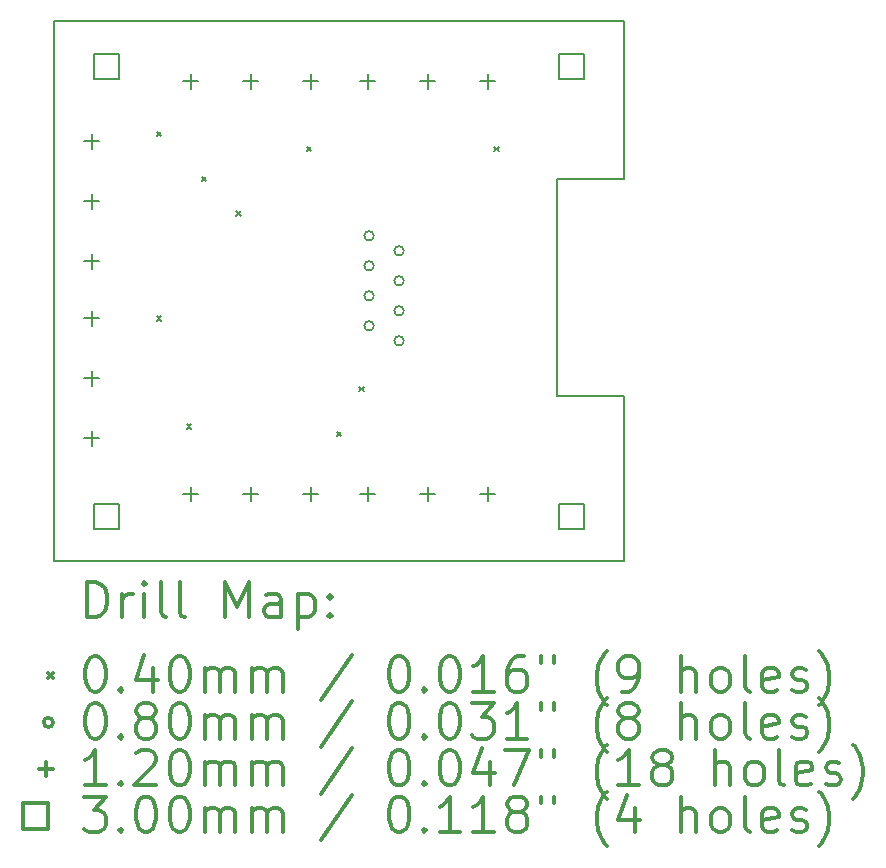
<source format=gbr>
%FSLAX45Y45*%
G04 Gerber Fmt 4.5, Leading zero omitted, Abs format (unit mm)*
G04 Created by KiCad (PCBNEW (5.1.6)-1) date 2023-04-30 23:17:15*
%MOMM*%
%LPD*%
G01*
G04 APERTURE LIST*
%TA.AperFunction,Profile*%
%ADD10C,0.150000*%
%TD*%
%ADD11C,0.200000*%
%ADD12C,0.300000*%
G04 APERTURE END LIST*
D10*
X24066500Y-10160000D02*
X24066500Y-11557000D01*
X23495000Y-10160000D02*
X24066500Y-10160000D01*
X23495000Y-8318500D02*
X23495000Y-10160000D01*
X23495000Y-8318500D02*
X24066500Y-8318500D01*
X19240500Y-11557000D02*
X24066500Y-11557000D01*
X19240500Y-11557000D02*
X19240500Y-6985000D01*
X24066500Y-6985000D02*
X24066500Y-8318500D01*
X19240500Y-6985000D02*
X24066500Y-6985000D01*
D11*
X21824000Y-10076500D02*
X21864000Y-10116500D01*
X21864000Y-10076500D02*
X21824000Y-10116500D01*
X20109500Y-7917500D02*
X20149500Y-7957500D01*
X20149500Y-7917500D02*
X20109500Y-7957500D01*
X20490500Y-8298500D02*
X20530500Y-8338500D01*
X20530500Y-8298500D02*
X20490500Y-8338500D01*
X20782600Y-8590600D02*
X20822600Y-8630600D01*
X20822600Y-8590600D02*
X20782600Y-8630600D01*
X21379500Y-8044500D02*
X21419500Y-8084500D01*
X21419500Y-8044500D02*
X21379500Y-8084500D01*
X22967000Y-8044500D02*
X23007000Y-8084500D01*
X23007000Y-8044500D02*
X22967000Y-8084500D01*
X20363500Y-10394000D02*
X20403500Y-10434000D01*
X20403500Y-10394000D02*
X20363500Y-10434000D01*
X20109500Y-9479600D02*
X20149500Y-9519600D01*
X20149500Y-9479600D02*
X20109500Y-9519600D01*
X21633500Y-10457500D02*
X21673500Y-10497500D01*
X21673500Y-10457500D02*
X21633500Y-10497500D01*
X21947500Y-8801000D02*
G75*
G03*
X21947500Y-8801000I-40000J0D01*
G01*
X21947500Y-9055000D02*
G75*
G03*
X21947500Y-9055000I-40000J0D01*
G01*
X21947500Y-9309000D02*
G75*
G03*
X21947500Y-9309000I-40000J0D01*
G01*
X21947500Y-9563000D02*
G75*
G03*
X21947500Y-9563000I-40000J0D01*
G01*
X22201500Y-8928000D02*
G75*
G03*
X22201500Y-8928000I-40000J0D01*
G01*
X22201500Y-9182000D02*
G75*
G03*
X22201500Y-9182000I-40000J0D01*
G01*
X22201500Y-9436000D02*
G75*
G03*
X22201500Y-9436000I-40000J0D01*
G01*
X22201500Y-9690000D02*
G75*
G03*
X22201500Y-9690000I-40000J0D01*
G01*
X20396200Y-7433000D02*
X20396200Y-7553000D01*
X20336200Y-7493000D02*
X20456200Y-7493000D01*
X20904200Y-7433000D02*
X20904200Y-7553000D01*
X20844200Y-7493000D02*
X20964200Y-7493000D01*
X21412200Y-7433000D02*
X21412200Y-7553000D01*
X21352200Y-7493000D02*
X21472200Y-7493000D01*
X19558000Y-7941000D02*
X19558000Y-8061000D01*
X19498000Y-8001000D02*
X19618000Y-8001000D01*
X19558000Y-8449000D02*
X19558000Y-8569000D01*
X19498000Y-8509000D02*
X19618000Y-8509000D01*
X19558000Y-8957000D02*
X19558000Y-9077000D01*
X19498000Y-9017000D02*
X19618000Y-9017000D01*
X19558000Y-9439600D02*
X19558000Y-9559600D01*
X19498000Y-9499600D02*
X19618000Y-9499600D01*
X19558000Y-9947600D02*
X19558000Y-10067600D01*
X19498000Y-10007600D02*
X19618000Y-10007600D01*
X19558000Y-10455600D02*
X19558000Y-10575600D01*
X19498000Y-10515600D02*
X19618000Y-10515600D01*
X20396200Y-10925500D02*
X20396200Y-11045500D01*
X20336200Y-10985500D02*
X20456200Y-10985500D01*
X20904200Y-10925500D02*
X20904200Y-11045500D01*
X20844200Y-10985500D02*
X20964200Y-10985500D01*
X21412200Y-10925500D02*
X21412200Y-11045500D01*
X21352200Y-10985500D02*
X21472200Y-10985500D01*
X21894800Y-10925500D02*
X21894800Y-11045500D01*
X21834800Y-10985500D02*
X21954800Y-10985500D01*
X22402800Y-10925500D02*
X22402800Y-11045500D01*
X22342800Y-10985500D02*
X22462800Y-10985500D01*
X22910800Y-10925500D02*
X22910800Y-11045500D01*
X22850800Y-10985500D02*
X22970800Y-10985500D01*
X21894800Y-7433000D02*
X21894800Y-7553000D01*
X21834800Y-7493000D02*
X21954800Y-7493000D01*
X22402800Y-7433000D02*
X22402800Y-7553000D01*
X22342800Y-7493000D02*
X22462800Y-7493000D01*
X22910800Y-7433000D02*
X22910800Y-7553000D01*
X22850800Y-7493000D02*
X22970800Y-7493000D01*
X23728067Y-7472067D02*
X23728067Y-7259933D01*
X23515933Y-7259933D01*
X23515933Y-7472067D01*
X23728067Y-7472067D01*
X19791067Y-7472067D02*
X19791067Y-7259933D01*
X19578933Y-7259933D01*
X19578933Y-7472067D01*
X19791067Y-7472067D01*
X23728067Y-11282067D02*
X23728067Y-11069933D01*
X23515933Y-11069933D01*
X23515933Y-11282067D01*
X23728067Y-11282067D01*
X19791067Y-11282067D02*
X19791067Y-11069933D01*
X19578933Y-11069933D01*
X19578933Y-11282067D01*
X19791067Y-11282067D01*
D12*
X19519428Y-12030214D02*
X19519428Y-11730214D01*
X19590857Y-11730214D01*
X19633714Y-11744500D01*
X19662286Y-11773071D01*
X19676571Y-11801643D01*
X19690857Y-11858786D01*
X19690857Y-11901643D01*
X19676571Y-11958786D01*
X19662286Y-11987357D01*
X19633714Y-12015929D01*
X19590857Y-12030214D01*
X19519428Y-12030214D01*
X19819428Y-12030214D02*
X19819428Y-11830214D01*
X19819428Y-11887357D02*
X19833714Y-11858786D01*
X19848000Y-11844500D01*
X19876571Y-11830214D01*
X19905143Y-11830214D01*
X20005143Y-12030214D02*
X20005143Y-11830214D01*
X20005143Y-11730214D02*
X19990857Y-11744500D01*
X20005143Y-11758786D01*
X20019428Y-11744500D01*
X20005143Y-11730214D01*
X20005143Y-11758786D01*
X20190857Y-12030214D02*
X20162286Y-12015929D01*
X20148000Y-11987357D01*
X20148000Y-11730214D01*
X20348000Y-12030214D02*
X20319428Y-12015929D01*
X20305143Y-11987357D01*
X20305143Y-11730214D01*
X20690857Y-12030214D02*
X20690857Y-11730214D01*
X20790857Y-11944500D01*
X20890857Y-11730214D01*
X20890857Y-12030214D01*
X21162286Y-12030214D02*
X21162286Y-11873071D01*
X21148000Y-11844500D01*
X21119428Y-11830214D01*
X21062286Y-11830214D01*
X21033714Y-11844500D01*
X21162286Y-12015929D02*
X21133714Y-12030214D01*
X21062286Y-12030214D01*
X21033714Y-12015929D01*
X21019428Y-11987357D01*
X21019428Y-11958786D01*
X21033714Y-11930214D01*
X21062286Y-11915929D01*
X21133714Y-11915929D01*
X21162286Y-11901643D01*
X21305143Y-11830214D02*
X21305143Y-12130214D01*
X21305143Y-11844500D02*
X21333714Y-11830214D01*
X21390857Y-11830214D01*
X21419428Y-11844500D01*
X21433714Y-11858786D01*
X21448000Y-11887357D01*
X21448000Y-11973071D01*
X21433714Y-12001643D01*
X21419428Y-12015929D01*
X21390857Y-12030214D01*
X21333714Y-12030214D01*
X21305143Y-12015929D01*
X21576571Y-12001643D02*
X21590857Y-12015929D01*
X21576571Y-12030214D01*
X21562286Y-12015929D01*
X21576571Y-12001643D01*
X21576571Y-12030214D01*
X21576571Y-11844500D02*
X21590857Y-11858786D01*
X21576571Y-11873071D01*
X21562286Y-11858786D01*
X21576571Y-11844500D01*
X21576571Y-11873071D01*
X19193000Y-12504500D02*
X19233000Y-12544500D01*
X19233000Y-12504500D02*
X19193000Y-12544500D01*
X19576571Y-12360214D02*
X19605143Y-12360214D01*
X19633714Y-12374500D01*
X19648000Y-12388786D01*
X19662286Y-12417357D01*
X19676571Y-12474500D01*
X19676571Y-12545929D01*
X19662286Y-12603071D01*
X19648000Y-12631643D01*
X19633714Y-12645929D01*
X19605143Y-12660214D01*
X19576571Y-12660214D01*
X19548000Y-12645929D01*
X19533714Y-12631643D01*
X19519428Y-12603071D01*
X19505143Y-12545929D01*
X19505143Y-12474500D01*
X19519428Y-12417357D01*
X19533714Y-12388786D01*
X19548000Y-12374500D01*
X19576571Y-12360214D01*
X19805143Y-12631643D02*
X19819428Y-12645929D01*
X19805143Y-12660214D01*
X19790857Y-12645929D01*
X19805143Y-12631643D01*
X19805143Y-12660214D01*
X20076571Y-12460214D02*
X20076571Y-12660214D01*
X20005143Y-12345929D02*
X19933714Y-12560214D01*
X20119428Y-12560214D01*
X20290857Y-12360214D02*
X20319428Y-12360214D01*
X20348000Y-12374500D01*
X20362286Y-12388786D01*
X20376571Y-12417357D01*
X20390857Y-12474500D01*
X20390857Y-12545929D01*
X20376571Y-12603071D01*
X20362286Y-12631643D01*
X20348000Y-12645929D01*
X20319428Y-12660214D01*
X20290857Y-12660214D01*
X20262286Y-12645929D01*
X20248000Y-12631643D01*
X20233714Y-12603071D01*
X20219428Y-12545929D01*
X20219428Y-12474500D01*
X20233714Y-12417357D01*
X20248000Y-12388786D01*
X20262286Y-12374500D01*
X20290857Y-12360214D01*
X20519428Y-12660214D02*
X20519428Y-12460214D01*
X20519428Y-12488786D02*
X20533714Y-12474500D01*
X20562286Y-12460214D01*
X20605143Y-12460214D01*
X20633714Y-12474500D01*
X20648000Y-12503071D01*
X20648000Y-12660214D01*
X20648000Y-12503071D02*
X20662286Y-12474500D01*
X20690857Y-12460214D01*
X20733714Y-12460214D01*
X20762286Y-12474500D01*
X20776571Y-12503071D01*
X20776571Y-12660214D01*
X20919428Y-12660214D02*
X20919428Y-12460214D01*
X20919428Y-12488786D02*
X20933714Y-12474500D01*
X20962286Y-12460214D01*
X21005143Y-12460214D01*
X21033714Y-12474500D01*
X21048000Y-12503071D01*
X21048000Y-12660214D01*
X21048000Y-12503071D02*
X21062286Y-12474500D01*
X21090857Y-12460214D01*
X21133714Y-12460214D01*
X21162286Y-12474500D01*
X21176571Y-12503071D01*
X21176571Y-12660214D01*
X21762286Y-12345929D02*
X21505143Y-12731643D01*
X22148000Y-12360214D02*
X22176571Y-12360214D01*
X22205143Y-12374500D01*
X22219428Y-12388786D01*
X22233714Y-12417357D01*
X22248000Y-12474500D01*
X22248000Y-12545929D01*
X22233714Y-12603071D01*
X22219428Y-12631643D01*
X22205143Y-12645929D01*
X22176571Y-12660214D01*
X22148000Y-12660214D01*
X22119428Y-12645929D01*
X22105143Y-12631643D01*
X22090857Y-12603071D01*
X22076571Y-12545929D01*
X22076571Y-12474500D01*
X22090857Y-12417357D01*
X22105143Y-12388786D01*
X22119428Y-12374500D01*
X22148000Y-12360214D01*
X22376571Y-12631643D02*
X22390857Y-12645929D01*
X22376571Y-12660214D01*
X22362286Y-12645929D01*
X22376571Y-12631643D01*
X22376571Y-12660214D01*
X22576571Y-12360214D02*
X22605143Y-12360214D01*
X22633714Y-12374500D01*
X22648000Y-12388786D01*
X22662286Y-12417357D01*
X22676571Y-12474500D01*
X22676571Y-12545929D01*
X22662286Y-12603071D01*
X22648000Y-12631643D01*
X22633714Y-12645929D01*
X22605143Y-12660214D01*
X22576571Y-12660214D01*
X22548000Y-12645929D01*
X22533714Y-12631643D01*
X22519428Y-12603071D01*
X22505143Y-12545929D01*
X22505143Y-12474500D01*
X22519428Y-12417357D01*
X22533714Y-12388786D01*
X22548000Y-12374500D01*
X22576571Y-12360214D01*
X22962286Y-12660214D02*
X22790857Y-12660214D01*
X22876571Y-12660214D02*
X22876571Y-12360214D01*
X22848000Y-12403071D01*
X22819428Y-12431643D01*
X22790857Y-12445929D01*
X23219428Y-12360214D02*
X23162286Y-12360214D01*
X23133714Y-12374500D01*
X23119428Y-12388786D01*
X23090857Y-12431643D01*
X23076571Y-12488786D01*
X23076571Y-12603071D01*
X23090857Y-12631643D01*
X23105143Y-12645929D01*
X23133714Y-12660214D01*
X23190857Y-12660214D01*
X23219428Y-12645929D01*
X23233714Y-12631643D01*
X23248000Y-12603071D01*
X23248000Y-12531643D01*
X23233714Y-12503071D01*
X23219428Y-12488786D01*
X23190857Y-12474500D01*
X23133714Y-12474500D01*
X23105143Y-12488786D01*
X23090857Y-12503071D01*
X23076571Y-12531643D01*
X23362286Y-12360214D02*
X23362286Y-12417357D01*
X23476571Y-12360214D02*
X23476571Y-12417357D01*
X23919428Y-12774500D02*
X23905143Y-12760214D01*
X23876571Y-12717357D01*
X23862286Y-12688786D01*
X23848000Y-12645929D01*
X23833714Y-12574500D01*
X23833714Y-12517357D01*
X23848000Y-12445929D01*
X23862286Y-12403071D01*
X23876571Y-12374500D01*
X23905143Y-12331643D01*
X23919428Y-12317357D01*
X24048000Y-12660214D02*
X24105143Y-12660214D01*
X24133714Y-12645929D01*
X24148000Y-12631643D01*
X24176571Y-12588786D01*
X24190857Y-12531643D01*
X24190857Y-12417357D01*
X24176571Y-12388786D01*
X24162286Y-12374500D01*
X24133714Y-12360214D01*
X24076571Y-12360214D01*
X24048000Y-12374500D01*
X24033714Y-12388786D01*
X24019428Y-12417357D01*
X24019428Y-12488786D01*
X24033714Y-12517357D01*
X24048000Y-12531643D01*
X24076571Y-12545929D01*
X24133714Y-12545929D01*
X24162286Y-12531643D01*
X24176571Y-12517357D01*
X24190857Y-12488786D01*
X24548000Y-12660214D02*
X24548000Y-12360214D01*
X24676571Y-12660214D02*
X24676571Y-12503071D01*
X24662286Y-12474500D01*
X24633714Y-12460214D01*
X24590857Y-12460214D01*
X24562286Y-12474500D01*
X24548000Y-12488786D01*
X24862286Y-12660214D02*
X24833714Y-12645929D01*
X24819428Y-12631643D01*
X24805143Y-12603071D01*
X24805143Y-12517357D01*
X24819428Y-12488786D01*
X24833714Y-12474500D01*
X24862286Y-12460214D01*
X24905143Y-12460214D01*
X24933714Y-12474500D01*
X24948000Y-12488786D01*
X24962286Y-12517357D01*
X24962286Y-12603071D01*
X24948000Y-12631643D01*
X24933714Y-12645929D01*
X24905143Y-12660214D01*
X24862286Y-12660214D01*
X25133714Y-12660214D02*
X25105143Y-12645929D01*
X25090857Y-12617357D01*
X25090857Y-12360214D01*
X25362286Y-12645929D02*
X25333714Y-12660214D01*
X25276571Y-12660214D01*
X25248000Y-12645929D01*
X25233714Y-12617357D01*
X25233714Y-12503071D01*
X25248000Y-12474500D01*
X25276571Y-12460214D01*
X25333714Y-12460214D01*
X25362286Y-12474500D01*
X25376571Y-12503071D01*
X25376571Y-12531643D01*
X25233714Y-12560214D01*
X25490857Y-12645929D02*
X25519428Y-12660214D01*
X25576571Y-12660214D01*
X25605143Y-12645929D01*
X25619428Y-12617357D01*
X25619428Y-12603071D01*
X25605143Y-12574500D01*
X25576571Y-12560214D01*
X25533714Y-12560214D01*
X25505143Y-12545929D01*
X25490857Y-12517357D01*
X25490857Y-12503071D01*
X25505143Y-12474500D01*
X25533714Y-12460214D01*
X25576571Y-12460214D01*
X25605143Y-12474500D01*
X25719428Y-12774500D02*
X25733714Y-12760214D01*
X25762286Y-12717357D01*
X25776571Y-12688786D01*
X25790857Y-12645929D01*
X25805143Y-12574500D01*
X25805143Y-12517357D01*
X25790857Y-12445929D01*
X25776571Y-12403071D01*
X25762286Y-12374500D01*
X25733714Y-12331643D01*
X25719428Y-12317357D01*
X19233000Y-12920500D02*
G75*
G03*
X19233000Y-12920500I-40000J0D01*
G01*
X19576571Y-12756214D02*
X19605143Y-12756214D01*
X19633714Y-12770500D01*
X19648000Y-12784786D01*
X19662286Y-12813357D01*
X19676571Y-12870500D01*
X19676571Y-12941929D01*
X19662286Y-12999071D01*
X19648000Y-13027643D01*
X19633714Y-13041929D01*
X19605143Y-13056214D01*
X19576571Y-13056214D01*
X19548000Y-13041929D01*
X19533714Y-13027643D01*
X19519428Y-12999071D01*
X19505143Y-12941929D01*
X19505143Y-12870500D01*
X19519428Y-12813357D01*
X19533714Y-12784786D01*
X19548000Y-12770500D01*
X19576571Y-12756214D01*
X19805143Y-13027643D02*
X19819428Y-13041929D01*
X19805143Y-13056214D01*
X19790857Y-13041929D01*
X19805143Y-13027643D01*
X19805143Y-13056214D01*
X19990857Y-12884786D02*
X19962286Y-12870500D01*
X19948000Y-12856214D01*
X19933714Y-12827643D01*
X19933714Y-12813357D01*
X19948000Y-12784786D01*
X19962286Y-12770500D01*
X19990857Y-12756214D01*
X20048000Y-12756214D01*
X20076571Y-12770500D01*
X20090857Y-12784786D01*
X20105143Y-12813357D01*
X20105143Y-12827643D01*
X20090857Y-12856214D01*
X20076571Y-12870500D01*
X20048000Y-12884786D01*
X19990857Y-12884786D01*
X19962286Y-12899071D01*
X19948000Y-12913357D01*
X19933714Y-12941929D01*
X19933714Y-12999071D01*
X19948000Y-13027643D01*
X19962286Y-13041929D01*
X19990857Y-13056214D01*
X20048000Y-13056214D01*
X20076571Y-13041929D01*
X20090857Y-13027643D01*
X20105143Y-12999071D01*
X20105143Y-12941929D01*
X20090857Y-12913357D01*
X20076571Y-12899071D01*
X20048000Y-12884786D01*
X20290857Y-12756214D02*
X20319428Y-12756214D01*
X20348000Y-12770500D01*
X20362286Y-12784786D01*
X20376571Y-12813357D01*
X20390857Y-12870500D01*
X20390857Y-12941929D01*
X20376571Y-12999071D01*
X20362286Y-13027643D01*
X20348000Y-13041929D01*
X20319428Y-13056214D01*
X20290857Y-13056214D01*
X20262286Y-13041929D01*
X20248000Y-13027643D01*
X20233714Y-12999071D01*
X20219428Y-12941929D01*
X20219428Y-12870500D01*
X20233714Y-12813357D01*
X20248000Y-12784786D01*
X20262286Y-12770500D01*
X20290857Y-12756214D01*
X20519428Y-13056214D02*
X20519428Y-12856214D01*
X20519428Y-12884786D02*
X20533714Y-12870500D01*
X20562286Y-12856214D01*
X20605143Y-12856214D01*
X20633714Y-12870500D01*
X20648000Y-12899071D01*
X20648000Y-13056214D01*
X20648000Y-12899071D02*
X20662286Y-12870500D01*
X20690857Y-12856214D01*
X20733714Y-12856214D01*
X20762286Y-12870500D01*
X20776571Y-12899071D01*
X20776571Y-13056214D01*
X20919428Y-13056214D02*
X20919428Y-12856214D01*
X20919428Y-12884786D02*
X20933714Y-12870500D01*
X20962286Y-12856214D01*
X21005143Y-12856214D01*
X21033714Y-12870500D01*
X21048000Y-12899071D01*
X21048000Y-13056214D01*
X21048000Y-12899071D02*
X21062286Y-12870500D01*
X21090857Y-12856214D01*
X21133714Y-12856214D01*
X21162286Y-12870500D01*
X21176571Y-12899071D01*
X21176571Y-13056214D01*
X21762286Y-12741929D02*
X21505143Y-13127643D01*
X22148000Y-12756214D02*
X22176571Y-12756214D01*
X22205143Y-12770500D01*
X22219428Y-12784786D01*
X22233714Y-12813357D01*
X22248000Y-12870500D01*
X22248000Y-12941929D01*
X22233714Y-12999071D01*
X22219428Y-13027643D01*
X22205143Y-13041929D01*
X22176571Y-13056214D01*
X22148000Y-13056214D01*
X22119428Y-13041929D01*
X22105143Y-13027643D01*
X22090857Y-12999071D01*
X22076571Y-12941929D01*
X22076571Y-12870500D01*
X22090857Y-12813357D01*
X22105143Y-12784786D01*
X22119428Y-12770500D01*
X22148000Y-12756214D01*
X22376571Y-13027643D02*
X22390857Y-13041929D01*
X22376571Y-13056214D01*
X22362286Y-13041929D01*
X22376571Y-13027643D01*
X22376571Y-13056214D01*
X22576571Y-12756214D02*
X22605143Y-12756214D01*
X22633714Y-12770500D01*
X22648000Y-12784786D01*
X22662286Y-12813357D01*
X22676571Y-12870500D01*
X22676571Y-12941929D01*
X22662286Y-12999071D01*
X22648000Y-13027643D01*
X22633714Y-13041929D01*
X22605143Y-13056214D01*
X22576571Y-13056214D01*
X22548000Y-13041929D01*
X22533714Y-13027643D01*
X22519428Y-12999071D01*
X22505143Y-12941929D01*
X22505143Y-12870500D01*
X22519428Y-12813357D01*
X22533714Y-12784786D01*
X22548000Y-12770500D01*
X22576571Y-12756214D01*
X22776571Y-12756214D02*
X22962286Y-12756214D01*
X22862286Y-12870500D01*
X22905143Y-12870500D01*
X22933714Y-12884786D01*
X22948000Y-12899071D01*
X22962286Y-12927643D01*
X22962286Y-12999071D01*
X22948000Y-13027643D01*
X22933714Y-13041929D01*
X22905143Y-13056214D01*
X22819428Y-13056214D01*
X22790857Y-13041929D01*
X22776571Y-13027643D01*
X23248000Y-13056214D02*
X23076571Y-13056214D01*
X23162286Y-13056214D02*
X23162286Y-12756214D01*
X23133714Y-12799071D01*
X23105143Y-12827643D01*
X23076571Y-12841929D01*
X23362286Y-12756214D02*
X23362286Y-12813357D01*
X23476571Y-12756214D02*
X23476571Y-12813357D01*
X23919428Y-13170500D02*
X23905143Y-13156214D01*
X23876571Y-13113357D01*
X23862286Y-13084786D01*
X23848000Y-13041929D01*
X23833714Y-12970500D01*
X23833714Y-12913357D01*
X23848000Y-12841929D01*
X23862286Y-12799071D01*
X23876571Y-12770500D01*
X23905143Y-12727643D01*
X23919428Y-12713357D01*
X24076571Y-12884786D02*
X24048000Y-12870500D01*
X24033714Y-12856214D01*
X24019428Y-12827643D01*
X24019428Y-12813357D01*
X24033714Y-12784786D01*
X24048000Y-12770500D01*
X24076571Y-12756214D01*
X24133714Y-12756214D01*
X24162286Y-12770500D01*
X24176571Y-12784786D01*
X24190857Y-12813357D01*
X24190857Y-12827643D01*
X24176571Y-12856214D01*
X24162286Y-12870500D01*
X24133714Y-12884786D01*
X24076571Y-12884786D01*
X24048000Y-12899071D01*
X24033714Y-12913357D01*
X24019428Y-12941929D01*
X24019428Y-12999071D01*
X24033714Y-13027643D01*
X24048000Y-13041929D01*
X24076571Y-13056214D01*
X24133714Y-13056214D01*
X24162286Y-13041929D01*
X24176571Y-13027643D01*
X24190857Y-12999071D01*
X24190857Y-12941929D01*
X24176571Y-12913357D01*
X24162286Y-12899071D01*
X24133714Y-12884786D01*
X24548000Y-13056214D02*
X24548000Y-12756214D01*
X24676571Y-13056214D02*
X24676571Y-12899071D01*
X24662286Y-12870500D01*
X24633714Y-12856214D01*
X24590857Y-12856214D01*
X24562286Y-12870500D01*
X24548000Y-12884786D01*
X24862286Y-13056214D02*
X24833714Y-13041929D01*
X24819428Y-13027643D01*
X24805143Y-12999071D01*
X24805143Y-12913357D01*
X24819428Y-12884786D01*
X24833714Y-12870500D01*
X24862286Y-12856214D01*
X24905143Y-12856214D01*
X24933714Y-12870500D01*
X24948000Y-12884786D01*
X24962286Y-12913357D01*
X24962286Y-12999071D01*
X24948000Y-13027643D01*
X24933714Y-13041929D01*
X24905143Y-13056214D01*
X24862286Y-13056214D01*
X25133714Y-13056214D02*
X25105143Y-13041929D01*
X25090857Y-13013357D01*
X25090857Y-12756214D01*
X25362286Y-13041929D02*
X25333714Y-13056214D01*
X25276571Y-13056214D01*
X25248000Y-13041929D01*
X25233714Y-13013357D01*
X25233714Y-12899071D01*
X25248000Y-12870500D01*
X25276571Y-12856214D01*
X25333714Y-12856214D01*
X25362286Y-12870500D01*
X25376571Y-12899071D01*
X25376571Y-12927643D01*
X25233714Y-12956214D01*
X25490857Y-13041929D02*
X25519428Y-13056214D01*
X25576571Y-13056214D01*
X25605143Y-13041929D01*
X25619428Y-13013357D01*
X25619428Y-12999071D01*
X25605143Y-12970500D01*
X25576571Y-12956214D01*
X25533714Y-12956214D01*
X25505143Y-12941929D01*
X25490857Y-12913357D01*
X25490857Y-12899071D01*
X25505143Y-12870500D01*
X25533714Y-12856214D01*
X25576571Y-12856214D01*
X25605143Y-12870500D01*
X25719428Y-13170500D02*
X25733714Y-13156214D01*
X25762286Y-13113357D01*
X25776571Y-13084786D01*
X25790857Y-13041929D01*
X25805143Y-12970500D01*
X25805143Y-12913357D01*
X25790857Y-12841929D01*
X25776571Y-12799071D01*
X25762286Y-12770500D01*
X25733714Y-12727643D01*
X25719428Y-12713357D01*
X19173000Y-13256500D02*
X19173000Y-13376500D01*
X19113000Y-13316500D02*
X19233000Y-13316500D01*
X19676571Y-13452214D02*
X19505143Y-13452214D01*
X19590857Y-13452214D02*
X19590857Y-13152214D01*
X19562286Y-13195071D01*
X19533714Y-13223643D01*
X19505143Y-13237929D01*
X19805143Y-13423643D02*
X19819428Y-13437929D01*
X19805143Y-13452214D01*
X19790857Y-13437929D01*
X19805143Y-13423643D01*
X19805143Y-13452214D01*
X19933714Y-13180786D02*
X19948000Y-13166500D01*
X19976571Y-13152214D01*
X20048000Y-13152214D01*
X20076571Y-13166500D01*
X20090857Y-13180786D01*
X20105143Y-13209357D01*
X20105143Y-13237929D01*
X20090857Y-13280786D01*
X19919428Y-13452214D01*
X20105143Y-13452214D01*
X20290857Y-13152214D02*
X20319428Y-13152214D01*
X20348000Y-13166500D01*
X20362286Y-13180786D01*
X20376571Y-13209357D01*
X20390857Y-13266500D01*
X20390857Y-13337929D01*
X20376571Y-13395071D01*
X20362286Y-13423643D01*
X20348000Y-13437929D01*
X20319428Y-13452214D01*
X20290857Y-13452214D01*
X20262286Y-13437929D01*
X20248000Y-13423643D01*
X20233714Y-13395071D01*
X20219428Y-13337929D01*
X20219428Y-13266500D01*
X20233714Y-13209357D01*
X20248000Y-13180786D01*
X20262286Y-13166500D01*
X20290857Y-13152214D01*
X20519428Y-13452214D02*
X20519428Y-13252214D01*
X20519428Y-13280786D02*
X20533714Y-13266500D01*
X20562286Y-13252214D01*
X20605143Y-13252214D01*
X20633714Y-13266500D01*
X20648000Y-13295071D01*
X20648000Y-13452214D01*
X20648000Y-13295071D02*
X20662286Y-13266500D01*
X20690857Y-13252214D01*
X20733714Y-13252214D01*
X20762286Y-13266500D01*
X20776571Y-13295071D01*
X20776571Y-13452214D01*
X20919428Y-13452214D02*
X20919428Y-13252214D01*
X20919428Y-13280786D02*
X20933714Y-13266500D01*
X20962286Y-13252214D01*
X21005143Y-13252214D01*
X21033714Y-13266500D01*
X21048000Y-13295071D01*
X21048000Y-13452214D01*
X21048000Y-13295071D02*
X21062286Y-13266500D01*
X21090857Y-13252214D01*
X21133714Y-13252214D01*
X21162286Y-13266500D01*
X21176571Y-13295071D01*
X21176571Y-13452214D01*
X21762286Y-13137929D02*
X21505143Y-13523643D01*
X22148000Y-13152214D02*
X22176571Y-13152214D01*
X22205143Y-13166500D01*
X22219428Y-13180786D01*
X22233714Y-13209357D01*
X22248000Y-13266500D01*
X22248000Y-13337929D01*
X22233714Y-13395071D01*
X22219428Y-13423643D01*
X22205143Y-13437929D01*
X22176571Y-13452214D01*
X22148000Y-13452214D01*
X22119428Y-13437929D01*
X22105143Y-13423643D01*
X22090857Y-13395071D01*
X22076571Y-13337929D01*
X22076571Y-13266500D01*
X22090857Y-13209357D01*
X22105143Y-13180786D01*
X22119428Y-13166500D01*
X22148000Y-13152214D01*
X22376571Y-13423643D02*
X22390857Y-13437929D01*
X22376571Y-13452214D01*
X22362286Y-13437929D01*
X22376571Y-13423643D01*
X22376571Y-13452214D01*
X22576571Y-13152214D02*
X22605143Y-13152214D01*
X22633714Y-13166500D01*
X22648000Y-13180786D01*
X22662286Y-13209357D01*
X22676571Y-13266500D01*
X22676571Y-13337929D01*
X22662286Y-13395071D01*
X22648000Y-13423643D01*
X22633714Y-13437929D01*
X22605143Y-13452214D01*
X22576571Y-13452214D01*
X22548000Y-13437929D01*
X22533714Y-13423643D01*
X22519428Y-13395071D01*
X22505143Y-13337929D01*
X22505143Y-13266500D01*
X22519428Y-13209357D01*
X22533714Y-13180786D01*
X22548000Y-13166500D01*
X22576571Y-13152214D01*
X22933714Y-13252214D02*
X22933714Y-13452214D01*
X22862286Y-13137929D02*
X22790857Y-13352214D01*
X22976571Y-13352214D01*
X23062286Y-13152214D02*
X23262286Y-13152214D01*
X23133714Y-13452214D01*
X23362286Y-13152214D02*
X23362286Y-13209357D01*
X23476571Y-13152214D02*
X23476571Y-13209357D01*
X23919428Y-13566500D02*
X23905143Y-13552214D01*
X23876571Y-13509357D01*
X23862286Y-13480786D01*
X23848000Y-13437929D01*
X23833714Y-13366500D01*
X23833714Y-13309357D01*
X23848000Y-13237929D01*
X23862286Y-13195071D01*
X23876571Y-13166500D01*
X23905143Y-13123643D01*
X23919428Y-13109357D01*
X24190857Y-13452214D02*
X24019428Y-13452214D01*
X24105143Y-13452214D02*
X24105143Y-13152214D01*
X24076571Y-13195071D01*
X24048000Y-13223643D01*
X24019428Y-13237929D01*
X24362286Y-13280786D02*
X24333714Y-13266500D01*
X24319428Y-13252214D01*
X24305143Y-13223643D01*
X24305143Y-13209357D01*
X24319428Y-13180786D01*
X24333714Y-13166500D01*
X24362286Y-13152214D01*
X24419428Y-13152214D01*
X24448000Y-13166500D01*
X24462286Y-13180786D01*
X24476571Y-13209357D01*
X24476571Y-13223643D01*
X24462286Y-13252214D01*
X24448000Y-13266500D01*
X24419428Y-13280786D01*
X24362286Y-13280786D01*
X24333714Y-13295071D01*
X24319428Y-13309357D01*
X24305143Y-13337929D01*
X24305143Y-13395071D01*
X24319428Y-13423643D01*
X24333714Y-13437929D01*
X24362286Y-13452214D01*
X24419428Y-13452214D01*
X24448000Y-13437929D01*
X24462286Y-13423643D01*
X24476571Y-13395071D01*
X24476571Y-13337929D01*
X24462286Y-13309357D01*
X24448000Y-13295071D01*
X24419428Y-13280786D01*
X24833714Y-13452214D02*
X24833714Y-13152214D01*
X24962286Y-13452214D02*
X24962286Y-13295071D01*
X24948000Y-13266500D01*
X24919428Y-13252214D01*
X24876571Y-13252214D01*
X24848000Y-13266500D01*
X24833714Y-13280786D01*
X25148000Y-13452214D02*
X25119428Y-13437929D01*
X25105143Y-13423643D01*
X25090857Y-13395071D01*
X25090857Y-13309357D01*
X25105143Y-13280786D01*
X25119428Y-13266500D01*
X25148000Y-13252214D01*
X25190857Y-13252214D01*
X25219428Y-13266500D01*
X25233714Y-13280786D01*
X25248000Y-13309357D01*
X25248000Y-13395071D01*
X25233714Y-13423643D01*
X25219428Y-13437929D01*
X25190857Y-13452214D01*
X25148000Y-13452214D01*
X25419428Y-13452214D02*
X25390857Y-13437929D01*
X25376571Y-13409357D01*
X25376571Y-13152214D01*
X25648000Y-13437929D02*
X25619428Y-13452214D01*
X25562286Y-13452214D01*
X25533714Y-13437929D01*
X25519428Y-13409357D01*
X25519428Y-13295071D01*
X25533714Y-13266500D01*
X25562286Y-13252214D01*
X25619428Y-13252214D01*
X25648000Y-13266500D01*
X25662286Y-13295071D01*
X25662286Y-13323643D01*
X25519428Y-13352214D01*
X25776571Y-13437929D02*
X25805143Y-13452214D01*
X25862286Y-13452214D01*
X25890857Y-13437929D01*
X25905143Y-13409357D01*
X25905143Y-13395071D01*
X25890857Y-13366500D01*
X25862286Y-13352214D01*
X25819428Y-13352214D01*
X25790857Y-13337929D01*
X25776571Y-13309357D01*
X25776571Y-13295071D01*
X25790857Y-13266500D01*
X25819428Y-13252214D01*
X25862286Y-13252214D01*
X25890857Y-13266500D01*
X26005143Y-13566500D02*
X26019428Y-13552214D01*
X26048000Y-13509357D01*
X26062286Y-13480786D01*
X26076571Y-13437929D01*
X26090857Y-13366500D01*
X26090857Y-13309357D01*
X26076571Y-13237929D01*
X26062286Y-13195071D01*
X26048000Y-13166500D01*
X26019428Y-13123643D01*
X26005143Y-13109357D01*
X19189067Y-13818567D02*
X19189067Y-13606433D01*
X18976933Y-13606433D01*
X18976933Y-13818567D01*
X19189067Y-13818567D01*
X19490857Y-13548214D02*
X19676571Y-13548214D01*
X19576571Y-13662500D01*
X19619428Y-13662500D01*
X19648000Y-13676786D01*
X19662286Y-13691071D01*
X19676571Y-13719643D01*
X19676571Y-13791071D01*
X19662286Y-13819643D01*
X19648000Y-13833929D01*
X19619428Y-13848214D01*
X19533714Y-13848214D01*
X19505143Y-13833929D01*
X19490857Y-13819643D01*
X19805143Y-13819643D02*
X19819428Y-13833929D01*
X19805143Y-13848214D01*
X19790857Y-13833929D01*
X19805143Y-13819643D01*
X19805143Y-13848214D01*
X20005143Y-13548214D02*
X20033714Y-13548214D01*
X20062286Y-13562500D01*
X20076571Y-13576786D01*
X20090857Y-13605357D01*
X20105143Y-13662500D01*
X20105143Y-13733929D01*
X20090857Y-13791071D01*
X20076571Y-13819643D01*
X20062286Y-13833929D01*
X20033714Y-13848214D01*
X20005143Y-13848214D01*
X19976571Y-13833929D01*
X19962286Y-13819643D01*
X19948000Y-13791071D01*
X19933714Y-13733929D01*
X19933714Y-13662500D01*
X19948000Y-13605357D01*
X19962286Y-13576786D01*
X19976571Y-13562500D01*
X20005143Y-13548214D01*
X20290857Y-13548214D02*
X20319428Y-13548214D01*
X20348000Y-13562500D01*
X20362286Y-13576786D01*
X20376571Y-13605357D01*
X20390857Y-13662500D01*
X20390857Y-13733929D01*
X20376571Y-13791071D01*
X20362286Y-13819643D01*
X20348000Y-13833929D01*
X20319428Y-13848214D01*
X20290857Y-13848214D01*
X20262286Y-13833929D01*
X20248000Y-13819643D01*
X20233714Y-13791071D01*
X20219428Y-13733929D01*
X20219428Y-13662500D01*
X20233714Y-13605357D01*
X20248000Y-13576786D01*
X20262286Y-13562500D01*
X20290857Y-13548214D01*
X20519428Y-13848214D02*
X20519428Y-13648214D01*
X20519428Y-13676786D02*
X20533714Y-13662500D01*
X20562286Y-13648214D01*
X20605143Y-13648214D01*
X20633714Y-13662500D01*
X20648000Y-13691071D01*
X20648000Y-13848214D01*
X20648000Y-13691071D02*
X20662286Y-13662500D01*
X20690857Y-13648214D01*
X20733714Y-13648214D01*
X20762286Y-13662500D01*
X20776571Y-13691071D01*
X20776571Y-13848214D01*
X20919428Y-13848214D02*
X20919428Y-13648214D01*
X20919428Y-13676786D02*
X20933714Y-13662500D01*
X20962286Y-13648214D01*
X21005143Y-13648214D01*
X21033714Y-13662500D01*
X21048000Y-13691071D01*
X21048000Y-13848214D01*
X21048000Y-13691071D02*
X21062286Y-13662500D01*
X21090857Y-13648214D01*
X21133714Y-13648214D01*
X21162286Y-13662500D01*
X21176571Y-13691071D01*
X21176571Y-13848214D01*
X21762286Y-13533929D02*
X21505143Y-13919643D01*
X22148000Y-13548214D02*
X22176571Y-13548214D01*
X22205143Y-13562500D01*
X22219428Y-13576786D01*
X22233714Y-13605357D01*
X22248000Y-13662500D01*
X22248000Y-13733929D01*
X22233714Y-13791071D01*
X22219428Y-13819643D01*
X22205143Y-13833929D01*
X22176571Y-13848214D01*
X22148000Y-13848214D01*
X22119428Y-13833929D01*
X22105143Y-13819643D01*
X22090857Y-13791071D01*
X22076571Y-13733929D01*
X22076571Y-13662500D01*
X22090857Y-13605357D01*
X22105143Y-13576786D01*
X22119428Y-13562500D01*
X22148000Y-13548214D01*
X22376571Y-13819643D02*
X22390857Y-13833929D01*
X22376571Y-13848214D01*
X22362286Y-13833929D01*
X22376571Y-13819643D01*
X22376571Y-13848214D01*
X22676571Y-13848214D02*
X22505143Y-13848214D01*
X22590857Y-13848214D02*
X22590857Y-13548214D01*
X22562286Y-13591071D01*
X22533714Y-13619643D01*
X22505143Y-13633929D01*
X22962286Y-13848214D02*
X22790857Y-13848214D01*
X22876571Y-13848214D02*
X22876571Y-13548214D01*
X22848000Y-13591071D01*
X22819428Y-13619643D01*
X22790857Y-13633929D01*
X23133714Y-13676786D02*
X23105143Y-13662500D01*
X23090857Y-13648214D01*
X23076571Y-13619643D01*
X23076571Y-13605357D01*
X23090857Y-13576786D01*
X23105143Y-13562500D01*
X23133714Y-13548214D01*
X23190857Y-13548214D01*
X23219428Y-13562500D01*
X23233714Y-13576786D01*
X23248000Y-13605357D01*
X23248000Y-13619643D01*
X23233714Y-13648214D01*
X23219428Y-13662500D01*
X23190857Y-13676786D01*
X23133714Y-13676786D01*
X23105143Y-13691071D01*
X23090857Y-13705357D01*
X23076571Y-13733929D01*
X23076571Y-13791071D01*
X23090857Y-13819643D01*
X23105143Y-13833929D01*
X23133714Y-13848214D01*
X23190857Y-13848214D01*
X23219428Y-13833929D01*
X23233714Y-13819643D01*
X23248000Y-13791071D01*
X23248000Y-13733929D01*
X23233714Y-13705357D01*
X23219428Y-13691071D01*
X23190857Y-13676786D01*
X23362286Y-13548214D02*
X23362286Y-13605357D01*
X23476571Y-13548214D02*
X23476571Y-13605357D01*
X23919428Y-13962500D02*
X23905143Y-13948214D01*
X23876571Y-13905357D01*
X23862286Y-13876786D01*
X23848000Y-13833929D01*
X23833714Y-13762500D01*
X23833714Y-13705357D01*
X23848000Y-13633929D01*
X23862286Y-13591071D01*
X23876571Y-13562500D01*
X23905143Y-13519643D01*
X23919428Y-13505357D01*
X24162286Y-13648214D02*
X24162286Y-13848214D01*
X24090857Y-13533929D02*
X24019428Y-13748214D01*
X24205143Y-13748214D01*
X24548000Y-13848214D02*
X24548000Y-13548214D01*
X24676571Y-13848214D02*
X24676571Y-13691071D01*
X24662286Y-13662500D01*
X24633714Y-13648214D01*
X24590857Y-13648214D01*
X24562286Y-13662500D01*
X24548000Y-13676786D01*
X24862286Y-13848214D02*
X24833714Y-13833929D01*
X24819428Y-13819643D01*
X24805143Y-13791071D01*
X24805143Y-13705357D01*
X24819428Y-13676786D01*
X24833714Y-13662500D01*
X24862286Y-13648214D01*
X24905143Y-13648214D01*
X24933714Y-13662500D01*
X24948000Y-13676786D01*
X24962286Y-13705357D01*
X24962286Y-13791071D01*
X24948000Y-13819643D01*
X24933714Y-13833929D01*
X24905143Y-13848214D01*
X24862286Y-13848214D01*
X25133714Y-13848214D02*
X25105143Y-13833929D01*
X25090857Y-13805357D01*
X25090857Y-13548214D01*
X25362286Y-13833929D02*
X25333714Y-13848214D01*
X25276571Y-13848214D01*
X25248000Y-13833929D01*
X25233714Y-13805357D01*
X25233714Y-13691071D01*
X25248000Y-13662500D01*
X25276571Y-13648214D01*
X25333714Y-13648214D01*
X25362286Y-13662500D01*
X25376571Y-13691071D01*
X25376571Y-13719643D01*
X25233714Y-13748214D01*
X25490857Y-13833929D02*
X25519428Y-13848214D01*
X25576571Y-13848214D01*
X25605143Y-13833929D01*
X25619428Y-13805357D01*
X25619428Y-13791071D01*
X25605143Y-13762500D01*
X25576571Y-13748214D01*
X25533714Y-13748214D01*
X25505143Y-13733929D01*
X25490857Y-13705357D01*
X25490857Y-13691071D01*
X25505143Y-13662500D01*
X25533714Y-13648214D01*
X25576571Y-13648214D01*
X25605143Y-13662500D01*
X25719428Y-13962500D02*
X25733714Y-13948214D01*
X25762286Y-13905357D01*
X25776571Y-13876786D01*
X25790857Y-13833929D01*
X25805143Y-13762500D01*
X25805143Y-13705357D01*
X25790857Y-13633929D01*
X25776571Y-13591071D01*
X25762286Y-13562500D01*
X25733714Y-13519643D01*
X25719428Y-13505357D01*
M02*

</source>
